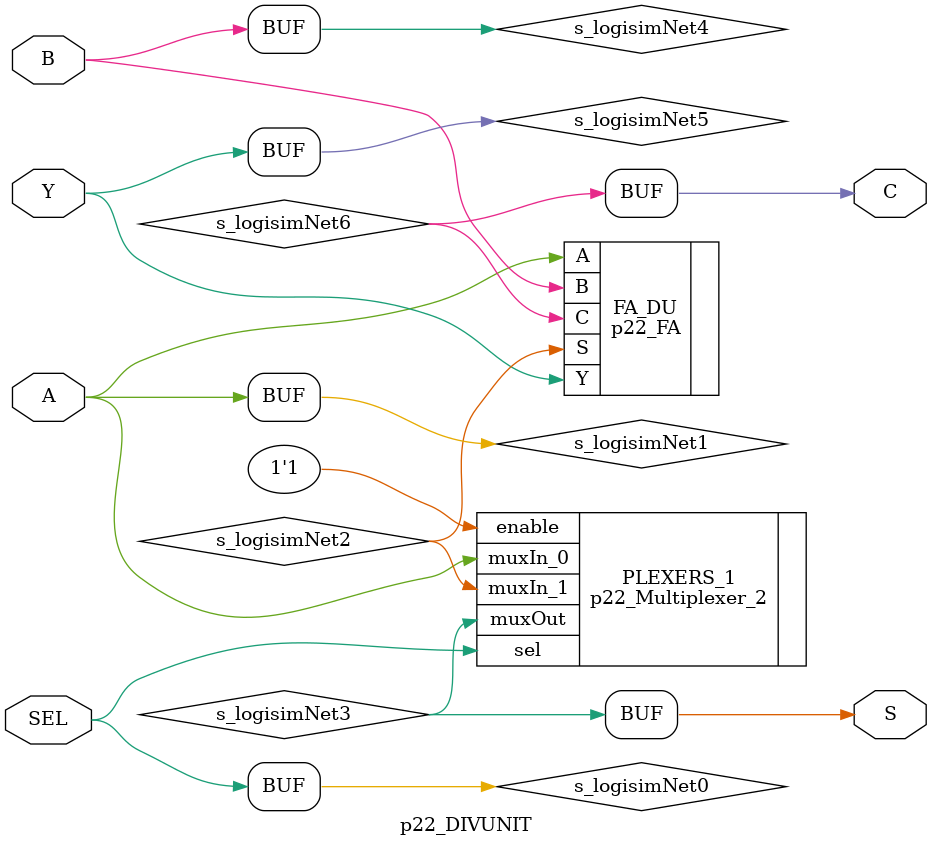
<source format=v>
/******************************************************************************
 ** Logisim-evolution goes FPGA automatic generated Verilog code             **
 ** https://github.com/logisim-evolution/                                    **
 **                                                                          **
 ** Component : DIVUNIT                                                      **
 **                                                                          **
 *****************************************************************************/

module p22_DIVUNIT( A,
                B,
                C,
                S,
                SEL,
                Y );

   /*******************************************************************************
   ** The inputs are defined here                                                **
   *******************************************************************************/
   input A;
   input B;
   input SEL;
   input Y;

   /*******************************************************************************
   ** The outputs are defined here                                               **
   *******************************************************************************/
   output C;
   output S;

   /*******************************************************************************
   ** The wires are defined here                                                 **
   *******************************************************************************/
   wire s_logisimNet0;
   wire s_logisimNet1;
   wire s_logisimNet2;
   wire s_logisimNet3;
   wire s_logisimNet4;
   wire s_logisimNet5;
   wire s_logisimNet6;

   /*******************************************************************************
   ** The module functionality is described here                                 **
   *******************************************************************************/

   /*******************************************************************************
   ** Here all input connections are defined                                     **
   *******************************************************************************/
   assign s_logisimNet0 = SEL;
   assign s_logisimNet1 = A;
   assign s_logisimNet4 = B;
   assign s_logisimNet5 = Y;

   /*******************************************************************************
   ** Here all output connections are defined                                    **
   *******************************************************************************/
   assign C = s_logisimNet6;
   assign S = s_logisimNet3;

   /*******************************************************************************
   ** Here all normal components are defined                                     **
   *******************************************************************************/
   p22_Multiplexer_2   PLEXERS_1 (.enable(1'b1),
                              .muxIn_0(s_logisimNet1),
                              .muxIn_1(s_logisimNet2),
                              .muxOut(s_logisimNet3),
                              .sel(s_logisimNet0));


   /*******************************************************************************
   ** Here all sub-circuits are defined                                          **
   *******************************************************************************/

   p22_FA   FA_DU (.A(s_logisimNet1),
               .B(s_logisimNet4),
               .C(s_logisimNet6),
               .S(s_logisimNet2),
               .Y(s_logisimNet5));

endmodule

</source>
